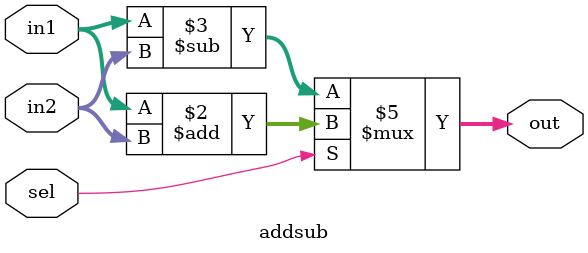
<source format=v>
`timescale 1ns / 1ps


module addsub(output reg [8:0] out, input [8:0] in1,in2, input sel);
always @(*)
begin
    if(sel) out <= in1+in2;
    else    out <= in1-in2;
end
endmodule

</source>
